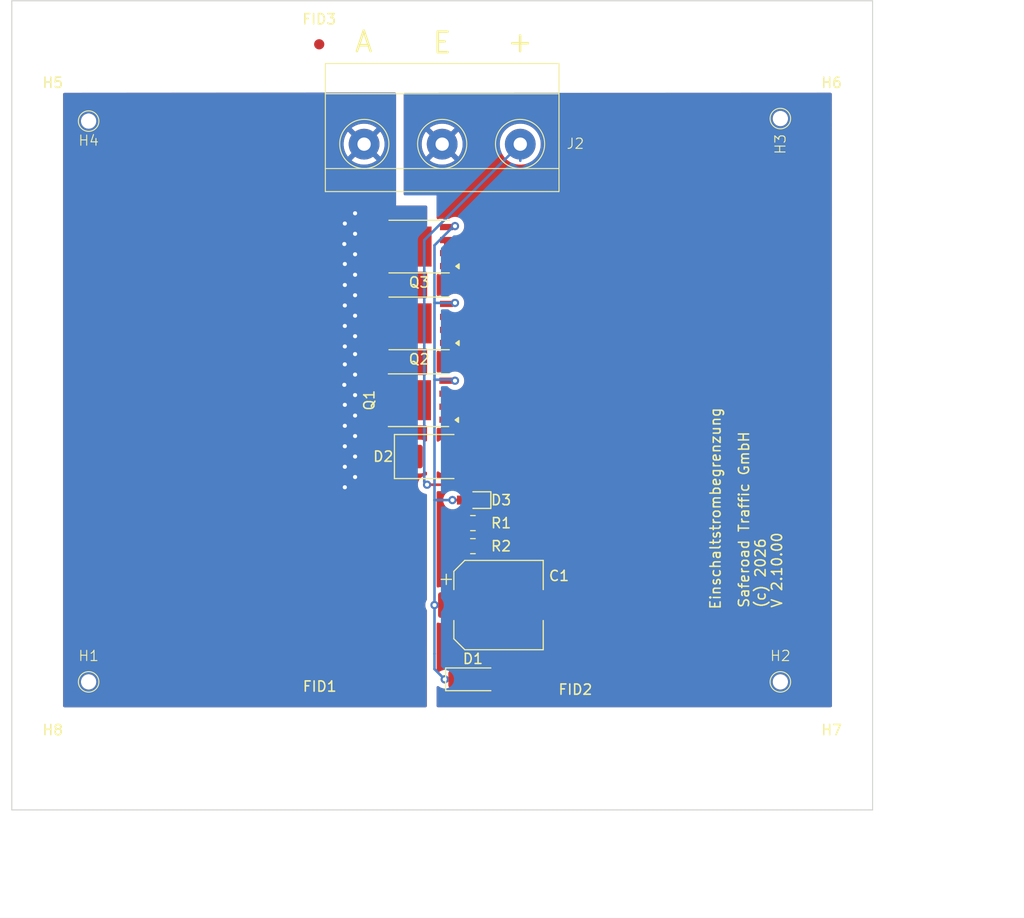
<source format=kicad_pcb>
(kicad_pcb (version 20241229) (generator "pcbnew") (generator_version "9.0")
  (layers (0 "F.Cu" signal) (2 "B.Cu" signal) (13 "F.Paste" user) (15 "B.Paste" user) (5 "F.SilkS" user "F.Silkscreen") (7 "B.SilkS" user "B.Silkscreen") (1 "F.Mask" user) (3 "B.Mask" user) (25 "Edge.Cuts" user))
  (net 0 "")
  (net 1 "Net-(D1-K)")
  (net 2 "GND")
  (net 3 "+24V")
  (net 4 "GND1")
  (footprint "Resistor_SMD:R_0805_2012Metric" (layer "F.Cu") (at 145 72 180)
    (property "Reference" "R1" (at -2.75 0 0) (layer "F.SilkS"))
    (property "Value" "22k")
    (fp_line (start -0.227064 0.735) (end 0.227064 0.735) (stroke (width 0.12)) (layer "F.SilkS"))
    (fp_line (start -0.227064 -0.735) (end 0.227064 -0.735) (stroke (width 0.12)) (layer "F.SilkS"))
    (pad "1" smd roundrect (at -0.9125 0 180) (size 1.025 1.4) (layers "F.Cu" "F.Mask" "F.Paste") (roundrect_rratio 0.243902439) (net 3 "+24V"))
    (pad "2" smd roundrect (at 0.9125 0 180) (size 1.025 1.4) (layers "F.Cu" "F.Mask" "F.Paste") (roundrect_rratio 0.243902439) (net 1 "Net-(D1-K)"))
  )
  (footprint "myHoles:printer_mounting_holes_1mm" (layer "F.Cu") (at 175 32.5 90)
    (property "Reference" "H3" (at -2.5 0 90) (layer "F.SilkS") (effects (font (thickness 0.1))))
    (property "Value" "~")
    (fp_circle (center 0 0) (end 1 0) (stroke (width 0.1)) (fill no) (layer "F.SilkS"))
    (pad "" np_thru_hole circle (at 0 0 90) (size 1 1) (drill 1) (layers "*.Cu" "*.Mask"))
  )
  (footprint "myHoles:printer_mounting_holes_1mm" (layer "F.Cu") (at 107.5 87.5)
    (property "Reference" "H1" (at 0 -2.54 0) (layer "F.SilkS") (effects (font (thickness 0.1))))
    (property "Value" "~")
    (fp_circle (center 0 0) (end 1 0) (stroke (width 0.1)) (fill no) (layer "F.SilkS"))
    (pad "" np_thru_hole circle (at 0 0) (size 1 1) (drill 1) (layers "*.Cu" "*.Mask"))
  )
  (footprint "Fiducial:Fiducial_1mm_Mask3mm" (layer "F.Cu") (at 155 85)
    (property "Reference" "FID2" (at 0 3.25 0) (layer "F.SilkS"))
    (property "Value" "Fiducial")
    (pad "" smd circle (at 0 0) (size 1 1) (layers "F.Cu" "F.Mask") (clearance 1.1))
  )
  (footprint "myDiode:SODFL2512X73N" (layer "F.Cu") (at 145 69.75 180)
    (property "Reference" "D3" (at -2.75 0 0) (layer "F.SilkS"))
    (property "Value" "SS16M")
    (fp_line (start -1.75 0.81) (end 0 0.81) (stroke (width 0.127)) (layer "F.SilkS"))
    (fp_line (start -1.75 0.81) (end -1.75 -0.81) (stroke (width 0.127)) (layer "F.SilkS"))
    (fp_line (start -1.75 -0.81) (end 0 -0.81) (stroke (width 0.127)) (layer "F.SilkS"))
    (pad "1" smd rect (at -0.665 0 180) (size 1.79 0.98) (layers "F.Cu" "F.Mask" "F.Paste") (net 3 "+24V"))
    (pad "2" smd rect (at 1.015 0 180) (size 1.09 0.88) (layers "F.Cu" "F.Mask" "F.Paste") (net 1 "Net-(D1-K)"))
  )
  (footprint "MountingHole:MountingHole_3.2mm_M3_DIN965" (layer "F.Cu") (at 180 25)
    (property "Reference" "H6" (at 0 4 0) (layer "F.SilkS"))
    (property "Value" "MountingHole")
    (pad "" np_thru_hole circle (at 0 0) (size 3.2 3.2) (drill 3.2) (layers "*.Cu" "*.Mask"))
  )
  (footprint "myHoles:printer_mounting_holes_1mm" (layer "F.Cu") (at 175 87.5)
    (property "Reference" "H2" (at 0 -2.54 0) (layer "F.SilkS") (effects (font (thickness 0.1))))
    (property "Value" "~")
    (fp_circle (center 0 0) (end 1 0) (stroke (width 0.1)) (fill no) (layer "F.SilkS"))
    (pad "" np_thru_hole circle (at 0 0) (size 1 1) (drill 1) (layers "*.Cu" "*.Mask"))
  )
  (footprint "Capacitor_SMD:CP_Elec_8x10.5" (layer "F.Cu") (at 147.5 80)
    (property "Reference" "C1" (at 5.9 -2.85 0) (layer "F.SilkS"))
    (property "Value" "100µF")
    (fp_line (start -5.6 -2.51) (end -4.6 -2.51) (stroke (width 0.12)) (layer "F.SilkS"))
    (fp_line (start -5.1 -3.01) (end -5.1 -2.01) (stroke (width 0.12)) (layer "F.SilkS"))
    (fp_line (start -4.36 -3.295563) (end -4.36 -1.51) (stroke (width 0.12)) (layer "F.SilkS"))
    (fp_line (start -4.36 -3.295563) (end -3.295563 -4.36) (stroke (width 0.12)) (layer "F.SilkS"))
    (fp_line (start -4.36 3.295563) (end -4.36 1.51) (stroke (width 0.12)) (layer "F.SilkS"))
    (fp_line (start -4.36 3.295563) (end -3.295563 4.36) (stroke (width 0.12)) (layer "F.SilkS"))
    (fp_line (start -3.295563 -4.36) (end 4.36 -4.36) (stroke (width 0.12)) (layer "F.SilkS"))
    (fp_line (start -3.295563 4.36) (end 4.36 4.36) (stroke (width 0.12)) (layer "F.SilkS"))
    (fp_line (start 4.36 -4.36) (end 4.36 -1.51) (stroke (width 0.12)) (layer "F.SilkS"))
    (fp_line (start 4.36 4.36) (end 4.36 1.51) (stroke (width 0.12)) (layer "F.SilkS"))
    (pad "1" smd roundrect (at -3.7 0) (size 4.4 2.5) (layers "F.Cu" "F.Mask" "F.Paste") (roundrect_rratio 0.1) (net 1 "Net-(D1-K)"))
    (pad "2" smd roundrect (at 3.7 0) (size 4.4 2.5) (layers "F.Cu" "F.Mask" "F.Paste") (roundrect_rratio 0.1) (net 2 "GND"))
  )
  (footprint "MountingHole:MountingHole_3.2mm_M3_DIN965" (layer "F.Cu") (at 104 96)
    (property "Reference" "H8" (at 0 -3.8 0) (layer "F.SilkS"))
    (property "Value" "MountingHole")
    (pad "" np_thru_hole circle (at 0 0) (size 3.2 3.2) (drill 3.2) (layers "*.Cu" "*.Mask"))
  )
  (footprint "Diode_SMD:D_MiniMELF" (layer "F.Cu") (at 145 87.25)
    (property "Reference" "D1" (at 0 -2 0) (layer "F.SilkS"))
    (property "Value" "BZV55B15")
    (fp_line (start -2.66 -1.11) (end -2.66 1.11) (stroke (width 0.12)) (layer "F.SilkS"))
    (fp_line (start -2.66 1.11) (end 1.75 1.11) (stroke (width 0.12)) (layer "F.SilkS"))
    (fp_line (start 1.75 -1.11) (end -2.66 -1.11) (stroke (width 0.12)) (layer "F.SilkS"))
    (pad "1" smd roundrect (at -1.75 0) (size 1.3 1.7) (layers "F.Cu" "F.Mask" "F.Paste") (roundrect_rratio 0.1923076923) (net 1 "Net-(D1-K)"))
    (pad "2" smd roundrect (at 1.75 0) (size 1.3 1.7) (layers "F.Cu" "F.Mask" "F.Paste") (roundrect_rratio 0.1923076923) (net 2 "GND"))
  )
  (footprint "Fiducial:Fiducial_1mm_Mask3mm" (layer "F.Cu") (at 130 85)
    (property "Reference" "FID1" (at 0.05 2.95 0) (layer "F.SilkS"))
    (property "Value" "Fiducial")
    (pad "" smd circle (at 0 0) (size 1 1) (layers "F.Cu" "F.Mask") (clearance 1.1))
  )
  (footprint "MountingHole:MountingHole_3.2mm_M3_DIN965" (layer "F.Cu") (at 180 96)
    (property "Reference" "H7" (at 0 -3.8 0) (layer "F.SilkS"))
    (property "Value" "MountingHole")
    (pad "" np_thru_hole circle (at 0 0) (size 3.2 3.2) (drill 3.2) (layers "*.Cu" "*.Mask"))
  )
  (footprint "myHoles:printer_mounting_holes_1mm" (layer "F.Cu") (at 107.5 32.75 -90)
    (property "Reference" "H4" (at 1.9 0 0) (layer "F.SilkS") (effects (font (thickness 0.1))))
    (property "Value" "~")
    (fp_circle (center 0 0) (end 1 0) (stroke (width 0.1)) (fill no) (layer "F.SilkS"))
    (pad "" np_thru_hole circle (at 0 0 270) (size 1 1) (drill 1) (layers "*.Cu" "*.Mask"))
  )
  (footprint "Package_SO:PowerPAK_SO-8_Single" (layer "F.Cu") (at 139.69 60 180)
    (property "Reference" "Q1" (at 4.805 0 90) (layer "F.SilkS"))
    (property "Value" "TPH3R10AQM")
    (fp_line (start -2.945 2.57) (end 2.945 2.57) (stroke (width 0.12)) (layer "F.SilkS"))
    (fp_line (start -2.945 -2.57) (end 2.945 -2.57) (stroke (width 0.12)) (layer "F.SilkS"))
    (fp_poly (pts (xy -3.575 -1.925) (xy -3.905 -2.165) (xy -3.905 -1.685) (xy -3.575 -1.925)) (stroke (width 0.12)) (fill yes) (layer "F.SilkS"))
    (pad "1" smd rect (at -2.67 -1.905 180) (size 1.27 0.61) (layers "F.Cu" "F.Mask" "F.Paste") (net 2 "GND"))
    (pad "2" smd rect (at -2.67 -0.635 180) (size 1.27 0.61) (layers "F.Cu" "F.Mask" "F.Paste") (net 2 "GND"))
    (pad "3" smd rect (at -2.67 0.635 180) (size 1.27 0.61) (layers "F.Cu" "F.Mask" "F.Paste") (net 2 "GND"))
    (pad "4" smd rect (at -2.67 1.905 180) (size 1.27 0.61) (layers "F.Cu" "F.Mask" "F.Paste") (net 1 "Net-(D1-K)"))
    (pad "5" smd rect (at 0.69 0 180) (size 3.81 3.91) (layers "F.Cu" "F.Mask" "F.Paste") (net 4 "GND1"))
    (pad "5" smd rect (at 2.795 -1.905 180) (size 1.02 0.61) (layers "F.Cu" "F.Mask" "F.Paste") (net 4 "GND1"))
    (pad "5" smd rect (at 2.795 -0.635 180) (size 1.02 0.61) (layers "F.Cu" "F.Mask" "F.Paste") (net 4 "GND1"))
    (pad "5" smd rect (at 2.795 0.635 180) (size 1.02 0.61) (layers "F.Cu" "F.Mask" "F.Paste") (net 4 "GND1"))
    (pad "5" smd rect (at 2.795 1.905 180) (size 1.02 0.61) (layers "F.Cu" "F.Mask" "F.Paste") (net 4 "GND1"))
  )
  (footprint "Resistor_SMD:R_0805_2012Metric" (layer "F.Cu") (at 145 74.25)
    (property "Reference" "R2" (at 2.75 0 0) (layer "F.SilkS"))
    (property "Value" "22k")
    (fp_line (start -0.227064 -0.735) (end 0.227064 -0.735) (stroke (width 0.12)) (layer "F.SilkS"))
    (fp_line (start -0.227064 0.735) (end 0.227064 0.735) (stroke (width 0.12)) (layer "F.SilkS"))
    (pad "1" smd roundrect (at -0.9125 0) (size 1.025 1.4) (layers "F.Cu" "F.Mask" "F.Paste") (roundrect_rratio 0.243902439) (net 1 "Net-(D1-K)"))
    (pad "2" smd roundrect (at 0.9125 0) (size 1.025 1.4) (layers "F.Cu" "F.Mask" "F.Paste") (roundrect_rratio 0.243902439) (net 2 "GND"))
  )
  (footprint "MountingHole:MountingHole_3.2mm_M3_DIN965" (layer "F.Cu") (at 104 25)
    (property "Reference" "H5" (at 0 4 0) (layer "F.SilkS"))
    (property "Value" "MountingHole")
    (pad "" np_thru_hole circle (at 0 0) (size 3.2 3.2) (drill 3.2) (layers "*.Cu" "*.Mask"))
  )
  (footprint "Package_SO:PowerPAK_SO-8_Single" (layer "F.Cu") (at 139.75 52.5 180)
    (property "Reference" "Q2" (at 0 -3.5 0) (layer "F.SilkS"))
    (property "Value" "TPH3R10AQM")
    (fp_line (start -2.945 2.57) (end 2.945 2.57) (stroke (width 0.12)) (layer "F.SilkS"))
    (fp_line (start -2.945 -2.57) (end 2.945 -2.57) (stroke (width 0.12)) (layer "F.SilkS"))
    (fp_poly (pts (xy -3.575 -1.925) (xy -3.905 -2.165) (xy -3.905 -1.685) (xy -3.575 -1.925)) (stroke (width 0.12)) (fill yes) (layer "F.SilkS"))
    (pad "1" smd rect (at -2.67 -1.905 180) (size 1.27 0.61) (layers "F.Cu" "F.Mask" "F.Paste") (net 2 "GND"))
    (pad "2" smd rect (at -2.67 -0.635 180) (size 1.27 0.61) (layers "F.Cu" "F.Mask" "F.Paste") (net 2 "GND"))
    (pad "3" smd rect (at -2.67 0.635 180) (size 1.27 0.61) (layers "F.Cu" "F.Mask" "F.Paste") (net 2 "GND"))
    (pad "4" smd rect (at -2.67 1.905 180) (size 1.27 0.61) (layers "F.Cu" "F.Mask" "F.Paste") (net 1 "Net-(D1-K)"))
    (pad "5" smd rect (at 0.69 0 180) (size 3.81 3.91) (layers "F.Cu" "F.Mask" "F.Paste") (net 4 "GND1"))
    (pad "5" smd rect (at 2.795 -1.905 180) (size 1.02 0.61) (layers "F.Cu" "F.Mask" "F.Paste") (net 4 "GND1"))
    (pad "5" smd rect (at 2.795 -0.635 180) (size 1.02 0.61) (layers "F.Cu" "F.Mask" "F.Paste") (net 4 "GND1"))
    (pad "5" smd rect (at 2.795 0.635 180) (size 1.02 0.61) (layers "F.Cu" "F.Mask" "F.Paste") (net 4 "GND1"))
    (pad "5" smd rect (at 2.795 1.905 180) (size 1.02 0.61) (layers "F.Cu" "F.Mask" "F.Paste") (net 4 "GND1"))
  )
  (footprint "Package_SO:PowerPAK_SO-8_Single" (layer "F.Cu") (at 139.75 45 180)
    (property "Reference" "Q3" (at 0 -3.5 0) (layer "F.SilkS"))
    (property "Value" "TPH3R10AQM")
    (fp_line (start -2.945 2.57) (end 2.945 2.57) (stroke (width 0.12)) (layer "F.SilkS"))
    (fp_line (start -2.945 -2.57) (end 2.945 -2.57) (stroke (width 0.12)) (layer "F.SilkS"))
    (fp_poly (pts (xy -3.575 -1.925) (xy -3.905 -2.165) (xy -3.905 -1.685) (xy -3.575 -1.925)) (stroke (width 0.12)) (fill yes) (layer "F.SilkS"))
    (pad "1" smd rect (at -2.67 -1.905 180) (size 1.27 0.61) (layers "F.Cu" "F.Mask" "F.Paste") (net 2 "GND"))
    (pad "2" smd rect (at -2.67 -0.635 180) (size 1.27 0.61) (layers "F.Cu" "F.Mask" "F.Paste") (net 2 "GND"))
    (pad "3" smd rect (at -2.67 0.635 180) (size 1.27 0.61) (layers "F.Cu" "F.Mask" "F.Paste") (net 2 "GND"))
    (pad "4" smd rect (at -2.67 1.905 180) (size 1.27 0.61) (layers "F.Cu" "F.Mask" "F.Paste") (net 1 "Net-(D1-K)"))
    (pad "5" smd rect (at 0.69 0 180) (size 3.81 3.91) (layers "F.Cu" "F.Mask" "F.Paste") (net 4 "GND1"))
    (pad "5" smd rect (at 2.795 -1.905 180) (size 1.02 0.61) (layers "F.Cu" "F.Mask" "F.Paste") (net 4 "GND1"))
    (pad "5" smd rect (at 2.795 -0.635 180) (size 1.02 0.61) (layers "F.Cu" "F.Mask" "F.Paste") (net 4 "GND1"))
    (pad "5" smd rect (at 2.795 0.635 180) (size 1.02 0.61) (layers "F.Cu" "F.Mask" "F.Paste") (net 4 "GND1"))
    (pad "5" smd rect (at 2.795 1.905 180) (size 1.02 0.61) (layers "F.Cu" "F.Mask" "F.Paste") (net 4 "GND1"))
  )
  (footprint "Diode_SMD:D_SMB" (layer "F.Cu") (at 141 65.5)
    (property "Reference" "D2" (at -4.75 0 0) (layer "F.SilkS"))
    (property "Value" "SMBJ30A")
    (fp_line (start -3.66 -2.15) (end -3.66 2.15) (stroke (width 0.12)) (layer "F.SilkS"))
    (fp_line (start -3.66 -2.15) (end 2.15 -2.15) (stroke (width 0.12)) (layer "F.SilkS"))
    (fp_line (start -3.66 2.15) (end 2.15 2.15) (stroke (width 0.12)) (layer "F.SilkS"))
    (pad "1" smd roundrect (at -2.15 0) (size 2.5 2.3) (layers "F.Cu" "F.Mask" "F.Paste") (roundrect_rratio 0.1086956522) (net 4 "GND1"))
    (pad "2" smd roundrect (at 2.15 0) (size 2.5 2.3) (layers "F.Cu" "F.Mask" "F.Paste") (roundrect_rratio 0.1086956522) (net 2 "GND"))
  )
  (footprint "Fiducial:Fiducial_1mm_Mask3mm" (layer "F.Cu") (at 130 25.25)
    (property "Reference" "FID3" (at 0 -2.45 0) (layer "F.SilkS"))
    (property "Value" "Fiducial")
    (pad "" smd circle (at 0 0) (size 1 1) (layers "F.Cu" "F.Mask") (clearance 1.1))
  )
  (footprint "myConnector:7.62_wüth_tbl" (layer "F.Cu") (at 142 35 180)
    (property "Reference" "J2" (at -13 0.05 0) (layer "F.SilkS") (effects (font (thickness 0.1))))
    (property "Value" "Conn_01x03")
    (fp_line (start 11.4 7.87) (end 11.4 -4.63) (stroke (width 0.1)) (layer "F.SilkS"))
    (fp_line (start -11.4 7.87) (end 11.4 7.87) (stroke (width 0.1)) (layer "F.SilkS"))
    (fp_line (start -11.4 4.92) (end 11.4 4.92) (stroke (width 0.1)) (layer "F.SilkS"))
    (fp_line (start -11.4 -2.38) (end 11.4 -2.38) (stroke (width 0.1)) (layer "F.SilkS"))
    (fp_line (start -11.4 -4.63) (end 11.4 -4.63) (stroke (width 0.1)) (layer "F.SilkS"))
    (fp_line (start -11.4 -4.63) (end -11.4 7.87) (stroke (width 0.1)) (layer "F.SilkS"))
    (fp_circle (center 7.6 0.02) (end 10 0.02) (stroke (width 0.1)) (fill no) (layer "F.SilkS"))
    (fp_circle (center 0 0.02) (end 2.4 0.02) (stroke (width 0.1)) (fill no) (layer "F.SilkS"))
    (fp_circle (center -7.6 0.02) (end -5.2 0.02) (stroke (width 0.1)) (fill no) (layer "F.SilkS"))
    (pad "1" thru_hole circle (at -7.62 0 180) (size 3 3) (drill 1.3) (layers "*.Cu" "*.Mask") (net 3 "+24V"))
    (pad "2" thru_hole circle (at 0 0 180) (size 3 3) (drill 1.3) (layers "*.Cu" "*.Mask") (net 2 "GND"))
    (pad "3" thru_hole circle (at 7.62 0 180) (size 3 3) (drill 1.3) (layers "*.Cu" "*.Mask") (net 4 "GND1"))
  )
  (gr_line (start 100 100) (end 100 21) (stroke (width 0.1)) (layer "Edge.Cuts"))
  (gr_line (start 184 100) (end 184 21) (stroke (width 0.1)) (layer "Edge.Cuts"))
  (gr_line (start 184 21) (end 100 21) (stroke (width 0.1)) (layer "Edge.Cuts"))
  (gr_line (start 184 100) (end 100 100) (stroke (width 0.1)) (layer "Edge.Cuts"))
  (gr_text "Einschaltstrombegrenzung" (at 169.25 80.5 90) (layer "F.SilkS") (effects (font (size 1 1)) (justify left bottom)))
  (gr_text "+" (at 149.6 25 0) (layer "F.SilkS") (effects (font (size 2 2) (thickness 0.25))))
  (gr_text "E" (at 142 25.1 0) (layer "F.SilkS") (effects (font (size 2 2) (thickness 0.25))))
  (gr_text "A" (at 134.35 25 0) (layer "F.SilkS") (effects (font (size 2 2) (thickness 0.25))))
  (gr_text "Saferoad Traffic GmbH\n(c) 2026\nV 2.10.00" (at 175.25 80.35 90) (layer "F.SilkS") (effects (font (size 1 1)) (justify left bottom)))
  (segment (start 143.25 58.095) (end 142.36 58.095) (width 0.25) (layer "F.Cu") (net 1))
  (segment (start 142.515 43) (end 142.42 43.095) (width 0.25) (layer "F.Cu") (net 1))
  (segment (start 143.985 69.75) (end 143.985 71.8975) (width 0.25) (layer "F.Cu") (net 1))
  (segment (start 143 69.75) (end 143.985 69.75) (width 0.25) (layer "F.Cu") (net 1))
  (segment (start 143.25 50.5) (end 142.515 50.5) (width 0.25) (layer "F.Cu") (net 1))
  (segment (start 143.25 87.25) (end 142.25 87.25) (width 0.25) (layer "F.Cu") (net 1))
  (segment (start 143.25 43) (end 142.515 43) (width 0.25) (layer "F.Cu") (net 1))
  (segment (start 144.0875 72) (end 144.0875 74.25) (width 0.25) (layer "F.Cu") (net 1))
  (segment (start 143.985 71.8975) (end 144.0875 72) (width 0.25) (layer "F.Cu") (net 1))
  (segment (start 143.8 80) (end 141.25 80) (width 0.25) (layer "F.Cu") (net 1))
  (segment (start 142.455 58) (end 142.36 58.095) (width 0.25) (layer "F.Cu") (net 1))
  (segment (start 142.515 50.5) (end 142.42 50.595) (width 0.25) (layer "F.Cu") (net 1))
  (via (at 141.25 80) (size 0.8) (drill 0.4) (layers "F.Cu" "B.Cu") (net 1))
  (via (at 143.25 58.095) (size 0.8) (drill 0.4) (layers "F.Cu" "B.Cu") (net 1))
  (via (at 143.25 50.5) (size 0.8) (drill 0.4) (layers "F.Cu" "B.Cu") (net 1))
  (via (at 143 69.75) (size 0.8) (drill 0.4) (layers "F.Cu" "B.Cu") (net 1))
  (via (at 142.25 87.25) (size 0.8) (drill 0.4) (layers "F.Cu" "B.Cu") (net 1))
  (via (at 143.25 43) (size 0.8) (drill 0.4) (layers "F.Cu" "B.Cu") (net 1))
  (segment (start 141.25 86.25) (end 142.25 87.25) (width 0.25) (layer "B.Cu") (net 1))
  (segment (start 141.25 84.75) (end 141.25 86.25) (width 0.25) (layer "B.Cu") (net 1))
  (segment (start 141.25 44.875) (end 141.25 50.5) (width 0.25) (layer "B.Cu") (net 1))
  (segment (start 141.25 84.75) (end 141.25 80) (width 0.25) (layer "B.Cu") (net 1))
  (segment (start 143.125 43) (end 141.25 44.875) (width 0.25) (layer "B.Cu") (net 1))
  (segment (start 143.25 43) (end 143.125 43) (width 0.25) (layer "B.Cu") (net 1))
  (segment (start 143 69.75) (end 141.25 69.75) (width 0.25) (layer "B.Cu") (net 1))
  (segment (start 141.25 58) (end 141.25 50.5) (width 0.25) (layer "B.Cu") (net 1))
  (segment (start 143.25 50.5) (end 141.25 50.5) (width 0.25) (layer "B.Cu") (net 1))
  (segment (start 141.25 69.75) (end 141.25 58) (width 0.25) (layer "B.Cu") (net 1))
  (segment (start 141.25 69.75) (end 141.25 80) (width 0.25) (layer "B.Cu") (net 1))
  (segment (start 143.25 58.095) (end 143.155 58) (width 0.25) (layer "B.Cu") (net 1))
  (segment (start 143.155 58) (end 141.25 58) (width 0.25) (layer "B.Cu") (net 1))
  (segment (start 145.665 68.415) (end 145.665 69.75) (width 0.25) (layer "F.Cu") (net 3))
  (segment (start 145.9125 72) (end 145.9125 70.75) (width 0.25) (layer "F.Cu") (net 3))
  (segment (start 140.525 68.25) (end 145.5 68.25) (width 0.25) (layer "F.Cu") (net 3))
  (segment (start 145.5 68.25) (end 145.665 68.415) (width 0.25) (layer "F.Cu") (net 3))
  (segment (start 145.665 70.5025) (end 145.665 69.75) (width 0.25) (layer "F.Cu") (net 3))
  (segment (start 145.9125 70.75) (end 145.665 70.5025) (width 0.25) (layer "F.Cu") (net 3))
  (via (at 140.525 68.25) (size 0.8) (drill 0.4) (layers "F.Cu" "B.Cu") (net 3))
  (segment (start 140.25 67.975) (end 140.25 44.37) (width 0.25) (layer "B.Cu") (net 3))
  (segment (start 149.62 35) (end 149.62 36.62) (width 0.25) (layer "B.Cu") (net 3))
  (segment (start 140.525 68.25) (end 140.25 67.975) (width 0.25) (layer "B.Cu") (net 3))
  (segment (start 140.25 44.37) (end 149.62 35) (width 0.25) (layer "B.Cu") (net 3))
  (via (at 133.5 55.5) (size 0.8) (drill 0.4) (layers "F.Cu" "B.Cu") (net 4))
  (via (at 133.5 43.75) (size 0.8) (drill 0.4) (layers "F.Cu" "B.Cu") (net 4))
  (via (at 132.5 64.5) (size 0.8) (drill 0.4) (layers "F.Cu" "B.Cu") (net 4))
  (via (at 133.5 65.5) (size 0.8) (drill 0.4) (layers "F.Cu" "B.Cu") (net 4))
  (via (at 133.5 67.5) (size 0.8) (drill 0.4) (layers "F.Cu" "B.Cu") (net 4))
  (via (at 132.5 48.75) (size 0.8) (drill 0.4) (layers "F.Cu" "B.Cu") (net 4))
  (via (at 133.5 49.75) (size 0.8) (drill 0.4) (layers "F.Cu" "B.Cu") (net 4))
  (via (at 132.5 66.5) (size 0.8) (drill 0.4) (layers "F.Cu" "B.Cu") (net 4))
  (via (at 132.5 42.75) (size 0.8) (drill 0.4) (layers "F.Cu" "B.Cu") (net 4))
  (via (at 132.5 52.75) (size 0.8) (drill 0.4) (layers "F.Cu" "B.Cu") (net 4))
  (via (at 132.5 54.75) (size 0.8) (drill 0.4) (layers "F.Cu" "B.Cu") (net 4))
  (via (at 132.45 58.5) (size 0.8) (drill 0.4) (layers "F.Cu" "B.Cu") (net 4))
  (via (at 133.5 51.75) (size 0.8) (drill 0.4) (layers "F.Cu" "B.Cu") (net 4))
  (via (at 132.5 50.75) (size 0.8) (drill 0.4) (layers "F.Cu" "B.Cu") (net 4))
  (via (at 133.5 41.75) (size 0.8) (drill 0.4) (layers "F.Cu" "B.Cu") (net 4))
  (via (at 132.5 46.7) (size 0.8) (drill 0.4) (layers "F.Cu" "B.Cu") (net 4))
  (via (at 132.5 56.5) (size 0.8) (drill 0.4) (layers "F.Cu" "B.Cu") (net 4))
  (via (at 133.5 45.75) (size 0.8) (drill 0.4) (layers "F.Cu" "B.Cu") (net 4))
  (via (at 133.5 61.5) (size 0.8) (drill 0.4) (layers "F.Cu" "B.Cu") (net 4))
  (via (at 132.45 44.75) (size 0.8) (drill 0.4) (layers "F.Cu" "B.Cu") (net 4))
  (via (at 132.5 68.5) (size 0.8) (drill 0.4) (layers "F.Cu" "B.Cu") (net 4))
  (via (at 133.5 53.75) (size 0.8) (drill 0.4) (layers "F.Cu" "B.Cu") (net 4))
  (via (at 133.5 57.5) (size 0.8) (drill 0.4) (layers "F.Cu" "B.Cu") (net 4))
  (via (at 132.5 62.5) (size 0.8) (drill 0.4) (layers "F.Cu" "B.Cu") (net 4))
  (via (at 132.5 60.45) (size 0.8) (drill 0.4) (layers "F.Cu" "B.Cu") (net 4))
  (via (at 133.5 47.75) (size 0.8) (drill 0.4) (layers "F.Cu" "B.Cu") (net 4))
  (via (at 133.5 63.5) (size 0.8) (drill 0.4) (layers "F.Cu" "B.Cu") (net 4))
  (via (at 133.5 59.5) (size 0.8) (drill 0.4) (layers "F.Cu" "B.Cu") (net 4))
  (zone (net 4) (net_name "GND1") (layers "F.Cu" "B.Cu") (connect_pads (clearance 0.5)) (min_thickness 0.25) (fill yes (thermal_gap 0.5) (thermal_bridge_width 0.5))
    (polygon (pts (xy 105.01 29.99) (xy 137.5 29.965803) (xy 137.5 41) (xy 140.538066 41) (xy 140.501344 89.98) (xy 105.01 89.98)))
  )
  (zone (net 2) (net_name "GND") (layers "F.Cu" "B.Cu") (priority 1) (connect_pads (clearance 0.5)) (min_thickness 0.25) (fill yes (thermal_gap 0.5) (thermal_bridge_width 0.5))
    (polygon (pts (xy 138.25 30) (xy 180.016244 29.981682) (xy 180.029993 89.975803) (xy 141.46 89.975803) (xy 141.46 64.975803) (xy 141.454197 40) (xy 138.25 40)))
  )
)
</source>
